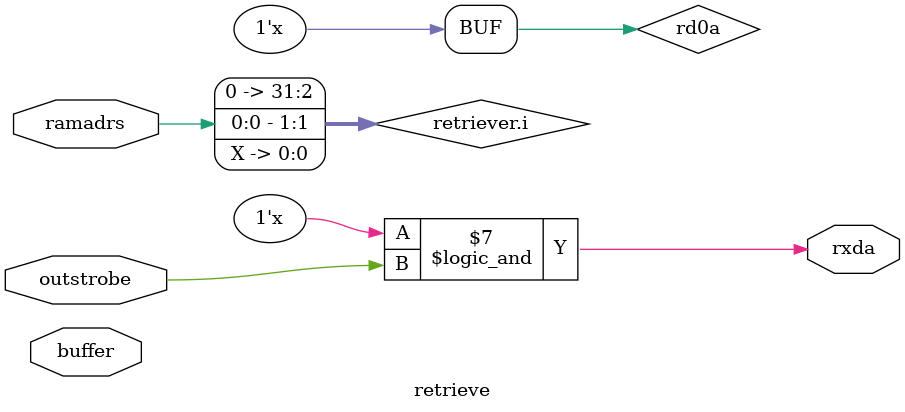
<source format=v>


// THIS WORK CONTAINS TRADE SECRET AND PROPRIETARY INFORMATION
// WHICH IS THE PROPERTY OF MENTOR GRAPHICS CORPORATION
// OR ITS LICENSORS AND IS SUBJECT TO LICENSE TERMS.

// Filename    : retrieve.v
//
// Description : Produces the output pointer logic.

`timescale 1ns / 1ns

module retrieve ( outstrobe, ramadrs , rxda, buffer );

    parameter counter_size = 0;
    parameter buffer_size = 0;

    // Define block I/O's
    input  outstrobe ;
    input [(counter_size * 2):0] ramadrs;
    output rxda;
    input [buffer_size-1:0] buffer;

    // Define wires for connecting wires.
    wire  outstrobe, rxda;
    wire [(counter_size * 2):0] ramadrs;
    wire [buffer_size-1:0] buffer;

    // Define Register types for storage
    reg rd0a;

    //
    // Produces the decode logic which pointers
    // to each location of the shift register.
    //
    always @ (buffer or ramadrs[counter_size-1:0] )
    begin: retriever
        integer i;
        i = ramadrs[counter_size-1:0];
        rd0a <= buffer[i] ;
    end

    // Assignment of receive data
    assign rxda = rd0a && outstrobe;

endmodule

</source>
